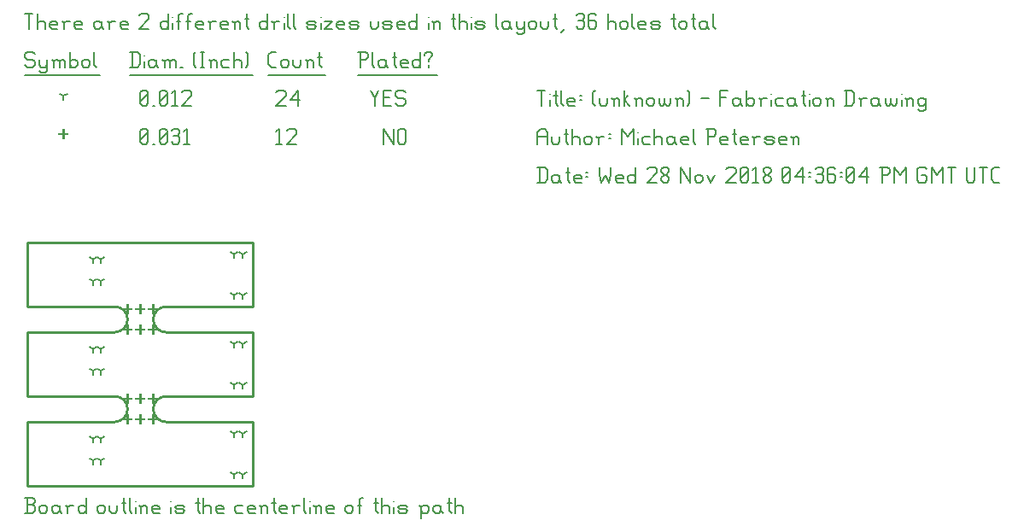
<source format=gbr>
G04 start of page 13 for group -3984 idx -3984 *
G04 Title: (unknown), fab *
G04 Creator: pcb 20140316 *
G04 CreationDate: Wed 28 Nov 2018 04:36:04 PM GMT UTC *
G04 For: railfan *
G04 Format: Gerber/RS-274X *
G04 PCB-Dimensions (mil): 900.00 970.00 *
G04 PCB-Coordinate-Origin: lower left *
%MOIN*%
%FSLAX25Y25*%
%LNFAB*%
%ADD52C,0.0100*%
%ADD51C,0.0075*%
%ADD50C,0.0060*%
%ADD49R,0.0080X0.0080*%
G54D49*X40000Y71600D02*Y68400D01*
X38400Y70000D02*X41600D01*
X45000Y71600D02*Y68400D01*
X43400Y70000D02*X46600D01*
X50000Y71600D02*Y68400D01*
X48400Y70000D02*X51600D01*
X45000Y63600D02*Y60400D01*
X43400Y62000D02*X46600D01*
X40000Y63600D02*Y60400D01*
X38400Y62000D02*X41600D01*
X50000Y63600D02*Y60400D01*
X48400Y62000D02*X51600D01*
X40000Y36600D02*Y33400D01*
X38400Y35000D02*X41600D01*
X45000Y36600D02*Y33400D01*
X43400Y35000D02*X46600D01*
X50000Y36600D02*Y33400D01*
X48400Y35000D02*X51600D01*
X45000Y28600D02*Y25400D01*
X43400Y27000D02*X46600D01*
X40000Y28600D02*Y25400D01*
X38400Y27000D02*X41600D01*
X50000Y28600D02*Y25400D01*
X48400Y27000D02*X51600D01*
X15000Y139850D02*Y136650D01*
X13400Y138250D02*X16600D01*
G54D50*X140000Y140500D02*Y134500D01*
Y140500D02*X143750Y134500D01*
Y140500D02*Y134500D01*
X145550Y139750D02*Y135250D01*
Y139750D02*X146300Y140500D01*
X147800D01*
X148550Y139750D01*
Y135250D01*
X147800Y134500D02*X148550Y135250D01*
X146300Y134500D02*X147800D01*
X145550Y135250D02*X146300Y134500D01*
X98000Y139300D02*X99200Y140500D01*
Y134500D01*
X98000D02*X100250D01*
X102050Y139750D02*X102800Y140500D01*
X105050D01*
X105800Y139750D01*
Y138250D01*
X102050Y134500D02*X105800Y138250D01*
X102050Y134500D02*X105800D01*
X45000Y135250D02*X45750Y134500D01*
X45000Y139750D02*Y135250D01*
Y139750D02*X45750Y140500D01*
X47250D01*
X48000Y139750D01*
Y135250D01*
X47250Y134500D02*X48000Y135250D01*
X45750Y134500D02*X47250D01*
X45000Y136000D02*X48000Y139000D01*
X49800Y134500D02*X50550D01*
X52350Y135250D02*X53100Y134500D01*
X52350Y139750D02*Y135250D01*
Y139750D02*X53100Y140500D01*
X54600D01*
X55350Y139750D01*
Y135250D01*
X54600Y134500D02*X55350Y135250D01*
X53100Y134500D02*X54600D01*
X52350Y136000D02*X55350Y139000D01*
X57150Y139750D02*X57900Y140500D01*
X59400D01*
X60150Y139750D01*
X59400Y134500D02*X60150Y135250D01*
X57900Y134500D02*X59400D01*
X57150Y135250D02*X57900Y134500D01*
Y137800D02*X59400D01*
X60150Y139750D02*Y138550D01*
Y137050D02*Y135250D01*
Y137050D02*X59400Y137800D01*
X60150Y138550D02*X59400Y137800D01*
X61950Y139300D02*X63150Y140500D01*
Y134500D01*
X61950D02*X64200D01*
X29500Y89500D02*Y87900D01*
Y89500D02*X30887Y90300D01*
X29500Y89500D02*X28113Y90300D01*
X29500Y81000D02*Y79400D01*
Y81000D02*X30887Y81800D01*
X29500Y81000D02*X28113Y81800D01*
X85000Y75500D02*Y73900D01*
Y75500D02*X86387Y76300D01*
X85000Y75500D02*X83613Y76300D01*
X81500Y75500D02*Y73900D01*
Y75500D02*X82887Y76300D01*
X81500Y75500D02*X80113Y76300D01*
X81500Y91500D02*Y89900D01*
Y91500D02*X82887Y92300D01*
X81500Y91500D02*X80113Y92300D01*
X85000Y91500D02*Y89900D01*
Y91500D02*X86387Y92300D01*
X85000Y91500D02*X83613Y92300D01*
X26500Y81000D02*Y79400D01*
Y81000D02*X27887Y81800D01*
X26500Y81000D02*X25113Y81800D01*
X26500Y89500D02*Y87900D01*
Y89500D02*X27887Y90300D01*
X26500Y89500D02*X25113Y90300D01*
X29500Y54500D02*Y52900D01*
Y54500D02*X30887Y55300D01*
X29500Y54500D02*X28113Y55300D01*
X29500Y46000D02*Y44400D01*
Y46000D02*X30887Y46800D01*
X29500Y46000D02*X28113Y46800D01*
X85000Y40500D02*Y38900D01*
Y40500D02*X86387Y41300D01*
X85000Y40500D02*X83613Y41300D01*
X81500Y40500D02*Y38900D01*
Y40500D02*X82887Y41300D01*
X81500Y40500D02*X80113Y41300D01*
X81500Y56500D02*Y54900D01*
Y56500D02*X82887Y57300D01*
X81500Y56500D02*X80113Y57300D01*
X85000Y56500D02*Y54900D01*
Y56500D02*X86387Y57300D01*
X85000Y56500D02*X83613Y57300D01*
X26500Y46000D02*Y44400D01*
Y46000D02*X27887Y46800D01*
X26500Y46000D02*X25113Y46800D01*
X26500Y54500D02*Y52900D01*
Y54500D02*X27887Y55300D01*
X26500Y54500D02*X25113Y55300D01*
X29500Y19500D02*Y17900D01*
Y19500D02*X30887Y20300D01*
X29500Y19500D02*X28113Y20300D01*
X29500Y11000D02*Y9400D01*
Y11000D02*X30887Y11800D01*
X29500Y11000D02*X28113Y11800D01*
X85000Y5500D02*Y3900D01*
Y5500D02*X86387Y6300D01*
X85000Y5500D02*X83613Y6300D01*
X81500Y5500D02*Y3900D01*
Y5500D02*X82887Y6300D01*
X81500Y5500D02*X80113Y6300D01*
X81500Y21500D02*Y19900D01*
Y21500D02*X82887Y22300D01*
X81500Y21500D02*X80113Y22300D01*
X85000Y21500D02*Y19900D01*
Y21500D02*X86387Y22300D01*
X85000Y21500D02*X83613Y22300D01*
X26500Y11000D02*Y9400D01*
Y11000D02*X27887Y11800D01*
X26500Y11000D02*X25113Y11800D01*
X26500Y19500D02*Y17900D01*
Y19500D02*X27887Y20300D01*
X26500Y19500D02*X25113Y20300D01*
X15000Y153250D02*Y151650D01*
Y153250D02*X16387Y154050D01*
X15000Y153250D02*X13613Y154050D01*
X135000Y155500D02*X136500Y152500D01*
X138000Y155500D01*
X136500Y152500D02*Y149500D01*
X139800Y152800D02*X142050D01*
X139800Y149500D02*X142800D01*
X139800Y155500D02*Y149500D01*
Y155500D02*X142800D01*
X147600D02*X148350Y154750D01*
X145350Y155500D02*X147600D01*
X144600Y154750D02*X145350Y155500D01*
X144600Y154750D02*Y153250D01*
X145350Y152500D01*
X147600D01*
X148350Y151750D01*
Y150250D01*
X147600Y149500D02*X148350Y150250D01*
X145350Y149500D02*X147600D01*
X144600Y150250D02*X145350Y149500D01*
X98000Y154750D02*X98750Y155500D01*
X101000D01*
X101750Y154750D01*
Y153250D01*
X98000Y149500D02*X101750Y153250D01*
X98000Y149500D02*X101750D01*
X103550Y151750D02*X106550Y155500D01*
X103550Y151750D02*X107300D01*
X106550Y155500D02*Y149500D01*
X45000Y150250D02*X45750Y149500D01*
X45000Y154750D02*Y150250D01*
Y154750D02*X45750Y155500D01*
X47250D01*
X48000Y154750D01*
Y150250D01*
X47250Y149500D02*X48000Y150250D01*
X45750Y149500D02*X47250D01*
X45000Y151000D02*X48000Y154000D01*
X49800Y149500D02*X50550D01*
X52350Y150250D02*X53100Y149500D01*
X52350Y154750D02*Y150250D01*
Y154750D02*X53100Y155500D01*
X54600D01*
X55350Y154750D01*
Y150250D01*
X54600Y149500D02*X55350Y150250D01*
X53100Y149500D02*X54600D01*
X52350Y151000D02*X55350Y154000D01*
X57150Y154300D02*X58350Y155500D01*
Y149500D01*
X57150D02*X59400D01*
X61200Y154750D02*X61950Y155500D01*
X64200D01*
X64950Y154750D01*
Y153250D01*
X61200Y149500D02*X64950Y153250D01*
X61200Y149500D02*X64950D01*
X3000Y170500D02*X3750Y169750D01*
X750Y170500D02*X3000D01*
X0Y169750D02*X750Y170500D01*
X0Y169750D02*Y168250D01*
X750Y167500D01*
X3000D01*
X3750Y166750D01*
Y165250D01*
X3000Y164500D02*X3750Y165250D01*
X750Y164500D02*X3000D01*
X0Y165250D02*X750Y164500D01*
X5550Y167500D02*Y165250D01*
X6300Y164500D01*
X8550Y167500D02*Y163000D01*
X7800Y162250D02*X8550Y163000D01*
X6300Y162250D02*X7800D01*
X5550Y163000D02*X6300Y162250D01*
Y164500D02*X7800D01*
X8550Y165250D01*
X11100Y166750D02*Y164500D01*
Y166750D02*X11850Y167500D01*
X12600D01*
X13350Y166750D01*
Y164500D01*
Y166750D02*X14100Y167500D01*
X14850D01*
X15600Y166750D01*
Y164500D01*
X10350Y167500D02*X11100Y166750D01*
X17400Y170500D02*Y164500D01*
Y165250D02*X18150Y164500D01*
X19650D01*
X20400Y165250D01*
Y166750D02*Y165250D01*
X19650Y167500D02*X20400Y166750D01*
X18150Y167500D02*X19650D01*
X17400Y166750D02*X18150Y167500D01*
X22200Y166750D02*Y165250D01*
Y166750D02*X22950Y167500D01*
X24450D01*
X25200Y166750D01*
Y165250D01*
X24450Y164500D02*X25200Y165250D01*
X22950Y164500D02*X24450D01*
X22200Y165250D02*X22950Y164500D01*
X27000Y170500D02*Y165250D01*
X27750Y164500D01*
X0Y161250D02*X29250D01*
X41750Y170500D02*Y164500D01*
X43700Y170500D02*X44750Y169450D01*
Y165550D01*
X43700Y164500D02*X44750Y165550D01*
X41000Y164500D02*X43700D01*
X41000Y170500D02*X43700D01*
G54D51*X46550Y169000D02*Y168850D01*
G54D50*Y166750D02*Y164500D01*
X50300Y167500D02*X51050Y166750D01*
X48800Y167500D02*X50300D01*
X48050Y166750D02*X48800Y167500D01*
X48050Y166750D02*Y165250D01*
X48800Y164500D01*
X51050Y167500D02*Y165250D01*
X51800Y164500D01*
X48800D02*X50300D01*
X51050Y165250D01*
X54350Y166750D02*Y164500D01*
Y166750D02*X55100Y167500D01*
X55850D01*
X56600Y166750D01*
Y164500D01*
Y166750D02*X57350Y167500D01*
X58100D01*
X58850Y166750D01*
Y164500D01*
X53600Y167500D02*X54350Y166750D01*
X60650Y164500D02*X61400D01*
X65900Y165250D02*X66650Y164500D01*
X65900Y169750D02*X66650Y170500D01*
X65900Y169750D02*Y165250D01*
X68450Y170500D02*X69950D01*
X69200D02*Y164500D01*
X68450D02*X69950D01*
X72500Y166750D02*Y164500D01*
Y166750D02*X73250Y167500D01*
X74000D01*
X74750Y166750D01*
Y164500D01*
X71750Y167500D02*X72500Y166750D01*
X77300Y167500D02*X79550D01*
X76550Y166750D02*X77300Y167500D01*
X76550Y166750D02*Y165250D01*
X77300Y164500D01*
X79550D01*
X81350Y170500D02*Y164500D01*
Y166750D02*X82100Y167500D01*
X83600D01*
X84350Y166750D01*
Y164500D01*
X86150Y170500D02*X86900Y169750D01*
Y165250D01*
X86150Y164500D02*X86900Y165250D01*
X41000Y161250D02*X88700D01*
X96050Y164500D02*X98000D01*
X95000Y165550D02*X96050Y164500D01*
X95000Y169450D02*Y165550D01*
Y169450D02*X96050Y170500D01*
X98000D01*
X99800Y166750D02*Y165250D01*
Y166750D02*X100550Y167500D01*
X102050D01*
X102800Y166750D01*
Y165250D01*
X102050Y164500D02*X102800Y165250D01*
X100550Y164500D02*X102050D01*
X99800Y165250D02*X100550Y164500D01*
X104600Y167500D02*Y165250D01*
X105350Y164500D01*
X106850D01*
X107600Y165250D01*
Y167500D02*Y165250D01*
X110150Y166750D02*Y164500D01*
Y166750D02*X110900Y167500D01*
X111650D01*
X112400Y166750D01*
Y164500D01*
X109400Y167500D02*X110150Y166750D01*
X114950Y170500D02*Y165250D01*
X115700Y164500D01*
X114200Y168250D02*X115700D01*
X95000Y161250D02*X117200D01*
X130750Y170500D02*Y164500D01*
X130000Y170500D02*X133000D01*
X133750Y169750D01*
Y168250D01*
X133000Y167500D02*X133750Y168250D01*
X130750Y167500D02*X133000D01*
X135550Y170500D02*Y165250D01*
X136300Y164500D01*
X140050Y167500D02*X140800Y166750D01*
X138550Y167500D02*X140050D01*
X137800Y166750D02*X138550Y167500D01*
X137800Y166750D02*Y165250D01*
X138550Y164500D01*
X140800Y167500D02*Y165250D01*
X141550Y164500D01*
X138550D02*X140050D01*
X140800Y165250D01*
X144100Y170500D02*Y165250D01*
X144850Y164500D01*
X143350Y168250D02*X144850D01*
X147100Y164500D02*X149350D01*
X146350Y165250D02*X147100Y164500D01*
X146350Y166750D02*Y165250D01*
Y166750D02*X147100Y167500D01*
X148600D01*
X149350Y166750D01*
X146350Y166000D02*X149350D01*
Y166750D02*Y166000D01*
X154150Y170500D02*Y164500D01*
X153400D02*X154150Y165250D01*
X151900Y164500D02*X153400D01*
X151150Y165250D02*X151900Y164500D01*
X151150Y166750D02*Y165250D01*
Y166750D02*X151900Y167500D01*
X153400D01*
X154150Y166750D01*
X157450Y167500D02*Y166750D01*
Y165250D02*Y164500D01*
X155950Y169750D02*Y169000D01*
Y169750D02*X156700Y170500D01*
X158200D01*
X158950Y169750D01*
Y169000D01*
X157450Y167500D02*X158950Y169000D01*
X130000Y161250D02*X160750D01*
X0Y185500D02*X3000D01*
X1500D02*Y179500D01*
X4800Y185500D02*Y179500D01*
Y181750D02*X5550Y182500D01*
X7050D01*
X7800Y181750D01*
Y179500D01*
X10350D02*X12600D01*
X9600Y180250D02*X10350Y179500D01*
X9600Y181750D02*Y180250D01*
Y181750D02*X10350Y182500D01*
X11850D01*
X12600Y181750D01*
X9600Y181000D02*X12600D01*
Y181750D02*Y181000D01*
X15150Y181750D02*Y179500D01*
Y181750D02*X15900Y182500D01*
X17400D01*
X14400D02*X15150Y181750D01*
X19950Y179500D02*X22200D01*
X19200Y180250D02*X19950Y179500D01*
X19200Y181750D02*Y180250D01*
Y181750D02*X19950Y182500D01*
X21450D01*
X22200Y181750D01*
X19200Y181000D02*X22200D01*
Y181750D02*Y181000D01*
X28950Y182500D02*X29700Y181750D01*
X27450Y182500D02*X28950D01*
X26700Y181750D02*X27450Y182500D01*
X26700Y181750D02*Y180250D01*
X27450Y179500D01*
X29700Y182500D02*Y180250D01*
X30450Y179500D01*
X27450D02*X28950D01*
X29700Y180250D01*
X33000Y181750D02*Y179500D01*
Y181750D02*X33750Y182500D01*
X35250D01*
X32250D02*X33000Y181750D01*
X37800Y179500D02*X40050D01*
X37050Y180250D02*X37800Y179500D01*
X37050Y181750D02*Y180250D01*
Y181750D02*X37800Y182500D01*
X39300D01*
X40050Y181750D01*
X37050Y181000D02*X40050D01*
Y181750D02*Y181000D01*
X44550Y184750D02*X45300Y185500D01*
X47550D01*
X48300Y184750D01*
Y183250D01*
X44550Y179500D02*X48300Y183250D01*
X44550Y179500D02*X48300D01*
X55800Y185500D02*Y179500D01*
X55050D02*X55800Y180250D01*
X53550Y179500D02*X55050D01*
X52800Y180250D02*X53550Y179500D01*
X52800Y181750D02*Y180250D01*
Y181750D02*X53550Y182500D01*
X55050D01*
X55800Y181750D01*
G54D51*X57600Y184000D02*Y183850D01*
G54D50*Y181750D02*Y179500D01*
X59850Y184750D02*Y179500D01*
Y184750D02*X60600Y185500D01*
X61350D01*
X59100Y182500D02*X60600D01*
X63600Y184750D02*Y179500D01*
Y184750D02*X64350Y185500D01*
X65100D01*
X62850Y182500D02*X64350D01*
X67350Y179500D02*X69600D01*
X66600Y180250D02*X67350Y179500D01*
X66600Y181750D02*Y180250D01*
Y181750D02*X67350Y182500D01*
X68850D01*
X69600Y181750D01*
X66600Y181000D02*X69600D01*
Y181750D02*Y181000D01*
X72150Y181750D02*Y179500D01*
Y181750D02*X72900Y182500D01*
X74400D01*
X71400D02*X72150Y181750D01*
X76950Y179500D02*X79200D01*
X76200Y180250D02*X76950Y179500D01*
X76200Y181750D02*Y180250D01*
Y181750D02*X76950Y182500D01*
X78450D01*
X79200Y181750D01*
X76200Y181000D02*X79200D01*
Y181750D02*Y181000D01*
X81750Y181750D02*Y179500D01*
Y181750D02*X82500Y182500D01*
X83250D01*
X84000Y181750D01*
Y179500D01*
X81000Y182500D02*X81750Y181750D01*
X86550Y185500D02*Y180250D01*
X87300Y179500D01*
X85800Y183250D02*X87300D01*
X94500Y185500D02*Y179500D01*
X93750D02*X94500Y180250D01*
X92250Y179500D02*X93750D01*
X91500Y180250D02*X92250Y179500D01*
X91500Y181750D02*Y180250D01*
Y181750D02*X92250Y182500D01*
X93750D01*
X94500Y181750D01*
X97050D02*Y179500D01*
Y181750D02*X97800Y182500D01*
X99300D01*
X96300D02*X97050Y181750D01*
G54D51*X101100Y184000D02*Y183850D01*
G54D50*Y181750D02*Y179500D01*
X102600Y185500D02*Y180250D01*
X103350Y179500D01*
X104850Y185500D02*Y180250D01*
X105600Y179500D01*
X110550D02*X112800D01*
X113550Y180250D01*
X112800Y181000D02*X113550Y180250D01*
X110550Y181000D02*X112800D01*
X109800Y181750D02*X110550Y181000D01*
X109800Y181750D02*X110550Y182500D01*
X112800D01*
X113550Y181750D01*
X109800Y180250D02*X110550Y179500D01*
G54D51*X115350Y184000D02*Y183850D01*
G54D50*Y181750D02*Y179500D01*
X116850Y182500D02*X119850D01*
X116850Y179500D02*X119850Y182500D01*
X116850Y179500D02*X119850D01*
X122400D02*X124650D01*
X121650Y180250D02*X122400Y179500D01*
X121650Y181750D02*Y180250D01*
Y181750D02*X122400Y182500D01*
X123900D01*
X124650Y181750D01*
X121650Y181000D02*X124650D01*
Y181750D02*Y181000D01*
X127200Y179500D02*X129450D01*
X130200Y180250D01*
X129450Y181000D02*X130200Y180250D01*
X127200Y181000D02*X129450D01*
X126450Y181750D02*X127200Y181000D01*
X126450Y181750D02*X127200Y182500D01*
X129450D01*
X130200Y181750D01*
X126450Y180250D02*X127200Y179500D01*
X134700Y182500D02*Y180250D01*
X135450Y179500D01*
X136950D01*
X137700Y180250D01*
Y182500D02*Y180250D01*
X140250Y179500D02*X142500D01*
X143250Y180250D01*
X142500Y181000D02*X143250Y180250D01*
X140250Y181000D02*X142500D01*
X139500Y181750D02*X140250Y181000D01*
X139500Y181750D02*X140250Y182500D01*
X142500D01*
X143250Y181750D01*
X139500Y180250D02*X140250Y179500D01*
X145800D02*X148050D01*
X145050Y180250D02*X145800Y179500D01*
X145050Y181750D02*Y180250D01*
Y181750D02*X145800Y182500D01*
X147300D01*
X148050Y181750D01*
X145050Y181000D02*X148050D01*
Y181750D02*Y181000D01*
X152850Y185500D02*Y179500D01*
X152100D02*X152850Y180250D01*
X150600Y179500D02*X152100D01*
X149850Y180250D02*X150600Y179500D01*
X149850Y181750D02*Y180250D01*
Y181750D02*X150600Y182500D01*
X152100D01*
X152850Y181750D01*
G54D51*X157350Y184000D02*Y183850D01*
G54D50*Y181750D02*Y179500D01*
X159600Y181750D02*Y179500D01*
Y181750D02*X160350Y182500D01*
X161100D01*
X161850Y181750D01*
Y179500D01*
X158850Y182500D02*X159600Y181750D01*
X167100Y185500D02*Y180250D01*
X167850Y179500D01*
X166350Y183250D02*X167850D01*
X169350Y185500D02*Y179500D01*
Y181750D02*X170100Y182500D01*
X171600D01*
X172350Y181750D01*
Y179500D01*
G54D51*X174150Y184000D02*Y183850D01*
G54D50*Y181750D02*Y179500D01*
X176400D02*X178650D01*
X179400Y180250D01*
X178650Y181000D02*X179400Y180250D01*
X176400Y181000D02*X178650D01*
X175650Y181750D02*X176400Y181000D01*
X175650Y181750D02*X176400Y182500D01*
X178650D01*
X179400Y181750D01*
X175650Y180250D02*X176400Y179500D01*
X183900Y185500D02*Y180250D01*
X184650Y179500D01*
X188400Y182500D02*X189150Y181750D01*
X186900Y182500D02*X188400D01*
X186150Y181750D02*X186900Y182500D01*
X186150Y181750D02*Y180250D01*
X186900Y179500D01*
X189150Y182500D02*Y180250D01*
X189900Y179500D01*
X186900D02*X188400D01*
X189150Y180250D01*
X191700Y182500D02*Y180250D01*
X192450Y179500D01*
X194700Y182500D02*Y178000D01*
X193950Y177250D02*X194700Y178000D01*
X192450Y177250D02*X193950D01*
X191700Y178000D02*X192450Y177250D01*
Y179500D02*X193950D01*
X194700Y180250D01*
X196500Y181750D02*Y180250D01*
Y181750D02*X197250Y182500D01*
X198750D01*
X199500Y181750D01*
Y180250D01*
X198750Y179500D02*X199500Y180250D01*
X197250Y179500D02*X198750D01*
X196500Y180250D02*X197250Y179500D01*
X201300Y182500D02*Y180250D01*
X202050Y179500D01*
X203550D01*
X204300Y180250D01*
Y182500D02*Y180250D01*
X206850Y185500D02*Y180250D01*
X207600Y179500D01*
X206100Y183250D02*X207600D01*
X209100Y178000D02*X210600Y179500D01*
X215100Y184750D02*X215850Y185500D01*
X217350D01*
X218100Y184750D01*
X217350Y179500D02*X218100Y180250D01*
X215850Y179500D02*X217350D01*
X215100Y180250D02*X215850Y179500D01*
Y182800D02*X217350D01*
X218100Y184750D02*Y183550D01*
Y182050D02*Y180250D01*
Y182050D02*X217350Y182800D01*
X218100Y183550D02*X217350Y182800D01*
X222150Y185500D02*X222900Y184750D01*
X220650Y185500D02*X222150D01*
X219900Y184750D02*X220650Y185500D01*
X219900Y184750D02*Y180250D01*
X220650Y179500D01*
X222150Y182800D02*X222900Y182050D01*
X219900Y182800D02*X222150D01*
X220650Y179500D02*X222150D01*
X222900Y180250D01*
Y182050D02*Y180250D01*
X227400Y185500D02*Y179500D01*
Y181750D02*X228150Y182500D01*
X229650D01*
X230400Y181750D01*
Y179500D01*
X232200Y181750D02*Y180250D01*
Y181750D02*X232950Y182500D01*
X234450D01*
X235200Y181750D01*
Y180250D01*
X234450Y179500D02*X235200Y180250D01*
X232950Y179500D02*X234450D01*
X232200Y180250D02*X232950Y179500D01*
X237000Y185500D02*Y180250D01*
X237750Y179500D01*
X240000D02*X242250D01*
X239250Y180250D02*X240000Y179500D01*
X239250Y181750D02*Y180250D01*
Y181750D02*X240000Y182500D01*
X241500D01*
X242250Y181750D01*
X239250Y181000D02*X242250D01*
Y181750D02*Y181000D01*
X244800Y179500D02*X247050D01*
X247800Y180250D01*
X247050Y181000D02*X247800Y180250D01*
X244800Y181000D02*X247050D01*
X244050Y181750D02*X244800Y181000D01*
X244050Y181750D02*X244800Y182500D01*
X247050D01*
X247800Y181750D01*
X244050Y180250D02*X244800Y179500D01*
X253050Y185500D02*Y180250D01*
X253800Y179500D01*
X252300Y183250D02*X253800D01*
X255300Y181750D02*Y180250D01*
Y181750D02*X256050Y182500D01*
X257550D01*
X258300Y181750D01*
Y180250D01*
X257550Y179500D02*X258300Y180250D01*
X256050Y179500D02*X257550D01*
X255300Y180250D02*X256050Y179500D01*
X260850Y185500D02*Y180250D01*
X261600Y179500D01*
X260100Y183250D02*X261600D01*
X265350Y182500D02*X266100Y181750D01*
X263850Y182500D02*X265350D01*
X263100Y181750D02*X263850Y182500D01*
X263100Y181750D02*Y180250D01*
X263850Y179500D01*
X266100Y182500D02*Y180250D01*
X266850Y179500D01*
X263850D02*X265350D01*
X266100Y180250D01*
X268650Y185500D02*Y180250D01*
X269400Y179500D01*
G54D52*X55000Y71000D02*X89000D01*
X1000D02*X35000D01*
X89000Y96000D02*Y71000D01*
Y96000D02*X1000D01*
Y71000D01*
X55000Y36000D02*X89000D01*
X1000D02*X35000D01*
X89000Y61000D02*Y36000D01*
X1000Y61000D02*Y36000D01*
X55000Y61000D02*X89000D01*
X1000D02*X35000D01*
X1000Y1000D02*X89000D01*
Y26000D02*Y1000D01*
X1000Y26000D02*Y1000D01*
X55000Y26000D02*X89000D01*
X1000D02*X35000D01*
X50000Y66000D02*G75*G03X55000Y61000I5000J0D01*G01*
X50000Y66000D02*G75*G02X55000Y71000I5000J0D01*G01*
X40000Y66000D02*G75*G02X35000Y61000I-5000J0D01*G01*
X40000Y66000D02*G75*G03X35000Y71000I-5000J0D01*G01*
X50000Y31000D02*G75*G03X55000Y26000I5000J0D01*G01*
X50000Y31000D02*G75*G02X55000Y36000I5000J0D01*G01*
X40000Y31000D02*G75*G02X35000Y26000I-5000J0D01*G01*
X40000Y31000D02*G75*G03X35000Y36000I-5000J0D01*G01*
G54D50*X0Y-9500D02*X3000D01*
X3750Y-8750D01*
Y-6950D02*Y-8750D01*
X3000Y-6200D02*X3750Y-6950D01*
X750Y-6200D02*X3000D01*
X750Y-3500D02*Y-9500D01*
X0Y-3500D02*X3000D01*
X3750Y-4250D01*
Y-5450D01*
X3000Y-6200D02*X3750Y-5450D01*
X5550Y-7250D02*Y-8750D01*
Y-7250D02*X6300Y-6500D01*
X7800D01*
X8550Y-7250D01*
Y-8750D01*
X7800Y-9500D02*X8550Y-8750D01*
X6300Y-9500D02*X7800D01*
X5550Y-8750D02*X6300Y-9500D01*
X12600Y-6500D02*X13350Y-7250D01*
X11100Y-6500D02*X12600D01*
X10350Y-7250D02*X11100Y-6500D01*
X10350Y-7250D02*Y-8750D01*
X11100Y-9500D01*
X13350Y-6500D02*Y-8750D01*
X14100Y-9500D01*
X11100D02*X12600D01*
X13350Y-8750D01*
X16650Y-7250D02*Y-9500D01*
Y-7250D02*X17400Y-6500D01*
X18900D01*
X15900D02*X16650Y-7250D01*
X23700Y-3500D02*Y-9500D01*
X22950D02*X23700Y-8750D01*
X21450Y-9500D02*X22950D01*
X20700Y-8750D02*X21450Y-9500D01*
X20700Y-7250D02*Y-8750D01*
Y-7250D02*X21450Y-6500D01*
X22950D01*
X23700Y-7250D01*
X28200D02*Y-8750D01*
Y-7250D02*X28950Y-6500D01*
X30450D01*
X31200Y-7250D01*
Y-8750D01*
X30450Y-9500D02*X31200Y-8750D01*
X28950Y-9500D02*X30450D01*
X28200Y-8750D02*X28950Y-9500D01*
X33000Y-6500D02*Y-8750D01*
X33750Y-9500D01*
X35250D01*
X36000Y-8750D01*
Y-6500D02*Y-8750D01*
X38550Y-3500D02*Y-8750D01*
X39300Y-9500D01*
X37800Y-5750D02*X39300D01*
X40800Y-3500D02*Y-8750D01*
X41550Y-9500D01*
G54D51*X43050Y-5000D02*Y-5150D01*
G54D50*Y-7250D02*Y-9500D01*
X45300Y-7250D02*Y-9500D01*
Y-7250D02*X46050Y-6500D01*
X46800D01*
X47550Y-7250D01*
Y-9500D01*
X44550Y-6500D02*X45300Y-7250D01*
X50100Y-9500D02*X52350D01*
X49350Y-8750D02*X50100Y-9500D01*
X49350Y-7250D02*Y-8750D01*
Y-7250D02*X50100Y-6500D01*
X51600D01*
X52350Y-7250D01*
X49350Y-8000D02*X52350D01*
Y-7250D02*Y-8000D01*
G54D51*X56850Y-5000D02*Y-5150D01*
G54D50*Y-7250D02*Y-9500D01*
X59100D02*X61350D01*
X62100Y-8750D01*
X61350Y-8000D02*X62100Y-8750D01*
X59100Y-8000D02*X61350D01*
X58350Y-7250D02*X59100Y-8000D01*
X58350Y-7250D02*X59100Y-6500D01*
X61350D01*
X62100Y-7250D01*
X58350Y-8750D02*X59100Y-9500D01*
X67350Y-3500D02*Y-8750D01*
X68100Y-9500D01*
X66600Y-5750D02*X68100D01*
X69600Y-3500D02*Y-9500D01*
Y-7250D02*X70350Y-6500D01*
X71850D01*
X72600Y-7250D01*
Y-9500D01*
X75150D02*X77400D01*
X74400Y-8750D02*X75150Y-9500D01*
X74400Y-7250D02*Y-8750D01*
Y-7250D02*X75150Y-6500D01*
X76650D01*
X77400Y-7250D01*
X74400Y-8000D02*X77400D01*
Y-7250D02*Y-8000D01*
X82650Y-6500D02*X84900D01*
X81900Y-7250D02*X82650Y-6500D01*
X81900Y-7250D02*Y-8750D01*
X82650Y-9500D01*
X84900D01*
X87450D02*X89700D01*
X86700Y-8750D02*X87450Y-9500D01*
X86700Y-7250D02*Y-8750D01*
Y-7250D02*X87450Y-6500D01*
X88950D01*
X89700Y-7250D01*
X86700Y-8000D02*X89700D01*
Y-7250D02*Y-8000D01*
X92250Y-7250D02*Y-9500D01*
Y-7250D02*X93000Y-6500D01*
X93750D01*
X94500Y-7250D01*
Y-9500D01*
X91500Y-6500D02*X92250Y-7250D01*
X97050Y-3500D02*Y-8750D01*
X97800Y-9500D01*
X96300Y-5750D02*X97800D01*
X100050Y-9500D02*X102300D01*
X99300Y-8750D02*X100050Y-9500D01*
X99300Y-7250D02*Y-8750D01*
Y-7250D02*X100050Y-6500D01*
X101550D01*
X102300Y-7250D01*
X99300Y-8000D02*X102300D01*
Y-7250D02*Y-8000D01*
X104850Y-7250D02*Y-9500D01*
Y-7250D02*X105600Y-6500D01*
X107100D01*
X104100D02*X104850Y-7250D01*
X108900Y-3500D02*Y-8750D01*
X109650Y-9500D01*
G54D51*X111150Y-5000D02*Y-5150D01*
G54D50*Y-7250D02*Y-9500D01*
X113400Y-7250D02*Y-9500D01*
Y-7250D02*X114150Y-6500D01*
X114900D01*
X115650Y-7250D01*
Y-9500D01*
X112650Y-6500D02*X113400Y-7250D01*
X118200Y-9500D02*X120450D01*
X117450Y-8750D02*X118200Y-9500D01*
X117450Y-7250D02*Y-8750D01*
Y-7250D02*X118200Y-6500D01*
X119700D01*
X120450Y-7250D01*
X117450Y-8000D02*X120450D01*
Y-7250D02*Y-8000D01*
X124950Y-7250D02*Y-8750D01*
Y-7250D02*X125700Y-6500D01*
X127200D01*
X127950Y-7250D01*
Y-8750D01*
X127200Y-9500D02*X127950Y-8750D01*
X125700Y-9500D02*X127200D01*
X124950Y-8750D02*X125700Y-9500D01*
X130500Y-4250D02*Y-9500D01*
Y-4250D02*X131250Y-3500D01*
X132000D01*
X129750Y-6500D02*X131250D01*
X136950Y-3500D02*Y-8750D01*
X137700Y-9500D01*
X136200Y-5750D02*X137700D01*
X139200Y-3500D02*Y-9500D01*
Y-7250D02*X139950Y-6500D01*
X141450D01*
X142200Y-7250D01*
Y-9500D01*
G54D51*X144000Y-5000D02*Y-5150D01*
G54D50*Y-7250D02*Y-9500D01*
X146250D02*X148500D01*
X149250Y-8750D01*
X148500Y-8000D02*X149250Y-8750D01*
X146250Y-8000D02*X148500D01*
X145500Y-7250D02*X146250Y-8000D01*
X145500Y-7250D02*X146250Y-6500D01*
X148500D01*
X149250Y-7250D01*
X145500Y-8750D02*X146250Y-9500D01*
X154500Y-7250D02*Y-11750D01*
X153750Y-6500D02*X154500Y-7250D01*
X155250Y-6500D01*
X156750D01*
X157500Y-7250D01*
Y-8750D01*
X156750Y-9500D02*X157500Y-8750D01*
X155250Y-9500D02*X156750D01*
X154500Y-8750D02*X155250Y-9500D01*
X161550Y-6500D02*X162300Y-7250D01*
X160050Y-6500D02*X161550D01*
X159300Y-7250D02*X160050Y-6500D01*
X159300Y-7250D02*Y-8750D01*
X160050Y-9500D01*
X162300Y-6500D02*Y-8750D01*
X163050Y-9500D01*
X160050D02*X161550D01*
X162300Y-8750D01*
X165600Y-3500D02*Y-8750D01*
X166350Y-9500D01*
X164850Y-5750D02*X166350D01*
X167850Y-3500D02*Y-9500D01*
Y-7250D02*X168600Y-6500D01*
X170100D01*
X170850Y-7250D01*
Y-9500D01*
X200750Y125500D02*Y119500D01*
X202700Y125500D02*X203750Y124450D01*
Y120550D01*
X202700Y119500D02*X203750Y120550D01*
X200000Y119500D02*X202700D01*
X200000Y125500D02*X202700D01*
X207800Y122500D02*X208550Y121750D01*
X206300Y122500D02*X207800D01*
X205550Y121750D02*X206300Y122500D01*
X205550Y121750D02*Y120250D01*
X206300Y119500D01*
X208550Y122500D02*Y120250D01*
X209300Y119500D01*
X206300D02*X207800D01*
X208550Y120250D01*
X211850Y125500D02*Y120250D01*
X212600Y119500D01*
X211100Y123250D02*X212600D01*
X214850Y119500D02*X217100D01*
X214100Y120250D02*X214850Y119500D01*
X214100Y121750D02*Y120250D01*
Y121750D02*X214850Y122500D01*
X216350D01*
X217100Y121750D01*
X214100Y121000D02*X217100D01*
Y121750D02*Y121000D01*
X218900Y123250D02*X219650D01*
X218900Y121750D02*X219650D01*
X224150Y125500D02*Y122500D01*
X224900Y119500D01*
X226400Y122500D01*
X227900Y119500D01*
X228650Y122500D01*
Y125500D02*Y122500D01*
X231200Y119500D02*X233450D01*
X230450Y120250D02*X231200Y119500D01*
X230450Y121750D02*Y120250D01*
Y121750D02*X231200Y122500D01*
X232700D01*
X233450Y121750D01*
X230450Y121000D02*X233450D01*
Y121750D02*Y121000D01*
X238250Y125500D02*Y119500D01*
X237500D02*X238250Y120250D01*
X236000Y119500D02*X237500D01*
X235250Y120250D02*X236000Y119500D01*
X235250Y121750D02*Y120250D01*
Y121750D02*X236000Y122500D01*
X237500D01*
X238250Y121750D01*
X242750Y124750D02*X243500Y125500D01*
X245750D01*
X246500Y124750D01*
Y123250D01*
X242750Y119500D02*X246500Y123250D01*
X242750Y119500D02*X246500D01*
X248300Y120250D02*X249050Y119500D01*
X248300Y121450D02*Y120250D01*
Y121450D02*X249350Y122500D01*
X250250D01*
X251300Y121450D01*
Y120250D01*
X250550Y119500D02*X251300Y120250D01*
X249050Y119500D02*X250550D01*
X248300Y123550D02*X249350Y122500D01*
X248300Y124750D02*Y123550D01*
Y124750D02*X249050Y125500D01*
X250550D01*
X251300Y124750D01*
Y123550D01*
X250250Y122500D02*X251300Y123550D01*
X255800Y125500D02*Y119500D01*
Y125500D02*X259550Y119500D01*
Y125500D02*Y119500D01*
X261350Y121750D02*Y120250D01*
Y121750D02*X262100Y122500D01*
X263600D01*
X264350Y121750D01*
Y120250D01*
X263600Y119500D02*X264350Y120250D01*
X262100Y119500D02*X263600D01*
X261350Y120250D02*X262100Y119500D01*
X266150Y122500D02*X267650Y119500D01*
X269150Y122500D02*X267650Y119500D01*
X273650Y124750D02*X274400Y125500D01*
X276650D01*
X277400Y124750D01*
Y123250D01*
X273650Y119500D02*X277400Y123250D01*
X273650Y119500D02*X277400D01*
X279200Y120250D02*X279950Y119500D01*
X279200Y124750D02*Y120250D01*
Y124750D02*X279950Y125500D01*
X281450D01*
X282200Y124750D01*
Y120250D01*
X281450Y119500D02*X282200Y120250D01*
X279950Y119500D02*X281450D01*
X279200Y121000D02*X282200Y124000D01*
X284000Y124300D02*X285200Y125500D01*
Y119500D01*
X284000D02*X286250D01*
X288050Y120250D02*X288800Y119500D01*
X288050Y121450D02*Y120250D01*
Y121450D02*X289100Y122500D01*
X290000D01*
X291050Y121450D01*
Y120250D01*
X290300Y119500D02*X291050Y120250D01*
X288800Y119500D02*X290300D01*
X288050Y123550D02*X289100Y122500D01*
X288050Y124750D02*Y123550D01*
Y124750D02*X288800Y125500D01*
X290300D01*
X291050Y124750D01*
Y123550D01*
X290000Y122500D02*X291050Y123550D01*
X295550Y120250D02*X296300Y119500D01*
X295550Y124750D02*Y120250D01*
Y124750D02*X296300Y125500D01*
X297800D01*
X298550Y124750D01*
Y120250D01*
X297800Y119500D02*X298550Y120250D01*
X296300Y119500D02*X297800D01*
X295550Y121000D02*X298550Y124000D01*
X300350Y121750D02*X303350Y125500D01*
X300350Y121750D02*X304100D01*
X303350Y125500D02*Y119500D01*
X305900Y123250D02*X306650D01*
X305900Y121750D02*X306650D01*
X308450Y124750D02*X309200Y125500D01*
X310700D01*
X311450Y124750D01*
X310700Y119500D02*X311450Y120250D01*
X309200Y119500D02*X310700D01*
X308450Y120250D02*X309200Y119500D01*
Y122800D02*X310700D01*
X311450Y124750D02*Y123550D01*
Y122050D02*Y120250D01*
Y122050D02*X310700Y122800D01*
X311450Y123550D02*X310700Y122800D01*
X315500Y125500D02*X316250Y124750D01*
X314000Y125500D02*X315500D01*
X313250Y124750D02*X314000Y125500D01*
X313250Y124750D02*Y120250D01*
X314000Y119500D01*
X315500Y122800D02*X316250Y122050D01*
X313250Y122800D02*X315500D01*
X314000Y119500D02*X315500D01*
X316250Y120250D01*
Y122050D02*Y120250D01*
X318050Y123250D02*X318800D01*
X318050Y121750D02*X318800D01*
X320600Y120250D02*X321350Y119500D01*
X320600Y124750D02*Y120250D01*
Y124750D02*X321350Y125500D01*
X322850D01*
X323600Y124750D01*
Y120250D01*
X322850Y119500D02*X323600Y120250D01*
X321350Y119500D02*X322850D01*
X320600Y121000D02*X323600Y124000D01*
X325400Y121750D02*X328400Y125500D01*
X325400Y121750D02*X329150D01*
X328400Y125500D02*Y119500D01*
X334400Y125500D02*Y119500D01*
X333650Y125500D02*X336650D01*
X337400Y124750D01*
Y123250D01*
X336650Y122500D02*X337400Y123250D01*
X334400Y122500D02*X336650D01*
X339200Y125500D02*Y119500D01*
Y125500D02*X341450Y122500D01*
X343700Y125500D01*
Y119500D01*
X351200Y125500D02*X351950Y124750D01*
X348950Y125500D02*X351200D01*
X348200Y124750D02*X348950Y125500D01*
X348200Y124750D02*Y120250D01*
X348950Y119500D01*
X351200D01*
X351950Y120250D01*
Y121750D02*Y120250D01*
X351200Y122500D02*X351950Y121750D01*
X349700Y122500D02*X351200D01*
X353750Y125500D02*Y119500D01*
Y125500D02*X356000Y122500D01*
X358250Y125500D01*
Y119500D01*
X360050Y125500D02*X363050D01*
X361550D02*Y119500D01*
X367550Y125500D02*Y120250D01*
X368300Y119500D01*
X369800D01*
X370550Y120250D01*
Y125500D02*Y120250D01*
X372350Y125500D02*X375350D01*
X373850D02*Y119500D01*
X378200D02*X380150D01*
X377150Y120550D02*X378200Y119500D01*
X377150Y124450D02*Y120550D01*
Y124450D02*X378200Y125500D01*
X380150D01*
X200000Y139000D02*Y134500D01*
Y139000D02*X201050Y140500D01*
X202700D01*
X203750Y139000D01*
Y134500D01*
X200000Y137500D02*X203750D01*
X205550D02*Y135250D01*
X206300Y134500D01*
X207800D01*
X208550Y135250D01*
Y137500D02*Y135250D01*
X211100Y140500D02*Y135250D01*
X211850Y134500D01*
X210350Y138250D02*X211850D01*
X213350Y140500D02*Y134500D01*
Y136750D02*X214100Y137500D01*
X215600D01*
X216350Y136750D01*
Y134500D01*
X218150Y136750D02*Y135250D01*
Y136750D02*X218900Y137500D01*
X220400D01*
X221150Y136750D01*
Y135250D01*
X220400Y134500D02*X221150Y135250D01*
X218900Y134500D02*X220400D01*
X218150Y135250D02*X218900Y134500D01*
X223700Y136750D02*Y134500D01*
Y136750D02*X224450Y137500D01*
X225950D01*
X222950D02*X223700Y136750D01*
X227750Y138250D02*X228500D01*
X227750Y136750D02*X228500D01*
X233000Y140500D02*Y134500D01*
Y140500D02*X235250Y137500D01*
X237500Y140500D01*
Y134500D01*
G54D51*X239300Y139000D02*Y138850D01*
G54D50*Y136750D02*Y134500D01*
X241550Y137500D02*X243800D01*
X240800Y136750D02*X241550Y137500D01*
X240800Y136750D02*Y135250D01*
X241550Y134500D01*
X243800D01*
X245600Y140500D02*Y134500D01*
Y136750D02*X246350Y137500D01*
X247850D01*
X248600Y136750D01*
Y134500D01*
X252650Y137500D02*X253400Y136750D01*
X251150Y137500D02*X252650D01*
X250400Y136750D02*X251150Y137500D01*
X250400Y136750D02*Y135250D01*
X251150Y134500D01*
X253400Y137500D02*Y135250D01*
X254150Y134500D01*
X251150D02*X252650D01*
X253400Y135250D01*
X256700Y134500D02*X258950D01*
X255950Y135250D02*X256700Y134500D01*
X255950Y136750D02*Y135250D01*
Y136750D02*X256700Y137500D01*
X258200D01*
X258950Y136750D01*
X255950Y136000D02*X258950D01*
Y136750D02*Y136000D01*
X260750Y140500D02*Y135250D01*
X261500Y134500D01*
X266450Y140500D02*Y134500D01*
X265700Y140500D02*X268700D01*
X269450Y139750D01*
Y138250D01*
X268700Y137500D02*X269450Y138250D01*
X266450Y137500D02*X268700D01*
X272000Y134500D02*X274250D01*
X271250Y135250D02*X272000Y134500D01*
X271250Y136750D02*Y135250D01*
Y136750D02*X272000Y137500D01*
X273500D01*
X274250Y136750D01*
X271250Y136000D02*X274250D01*
Y136750D02*Y136000D01*
X276800Y140500D02*Y135250D01*
X277550Y134500D01*
X276050Y138250D02*X277550D01*
X279800Y134500D02*X282050D01*
X279050Y135250D02*X279800Y134500D01*
X279050Y136750D02*Y135250D01*
Y136750D02*X279800Y137500D01*
X281300D01*
X282050Y136750D01*
X279050Y136000D02*X282050D01*
Y136750D02*Y136000D01*
X284600Y136750D02*Y134500D01*
Y136750D02*X285350Y137500D01*
X286850D01*
X283850D02*X284600Y136750D01*
X289400Y134500D02*X291650D01*
X292400Y135250D01*
X291650Y136000D02*X292400Y135250D01*
X289400Y136000D02*X291650D01*
X288650Y136750D02*X289400Y136000D01*
X288650Y136750D02*X289400Y137500D01*
X291650D01*
X292400Y136750D01*
X288650Y135250D02*X289400Y134500D01*
X294950D02*X297200D01*
X294200Y135250D02*X294950Y134500D01*
X294200Y136750D02*Y135250D01*
Y136750D02*X294950Y137500D01*
X296450D01*
X297200Y136750D01*
X294200Y136000D02*X297200D01*
Y136750D02*Y136000D01*
X299750Y136750D02*Y134500D01*
Y136750D02*X300500Y137500D01*
X301250D01*
X302000Y136750D01*
Y134500D01*
X299000Y137500D02*X299750Y136750D01*
X200000Y155500D02*X203000D01*
X201500D02*Y149500D01*
G54D51*X204800Y154000D02*Y153850D01*
G54D50*Y151750D02*Y149500D01*
X207050Y155500D02*Y150250D01*
X207800Y149500D01*
X206300Y153250D02*X207800D01*
X209300Y155500D02*Y150250D01*
X210050Y149500D01*
X212300D02*X214550D01*
X211550Y150250D02*X212300Y149500D01*
X211550Y151750D02*Y150250D01*
Y151750D02*X212300Y152500D01*
X213800D01*
X214550Y151750D01*
X211550Y151000D02*X214550D01*
Y151750D02*Y151000D01*
X216350Y153250D02*X217100D01*
X216350Y151750D02*X217100D01*
X221600Y150250D02*X222350Y149500D01*
X221600Y154750D02*X222350Y155500D01*
X221600Y154750D02*Y150250D01*
X224150Y152500D02*Y150250D01*
X224900Y149500D01*
X226400D01*
X227150Y150250D01*
Y152500D02*Y150250D01*
X229700Y151750D02*Y149500D01*
Y151750D02*X230450Y152500D01*
X231200D01*
X231950Y151750D01*
Y149500D01*
X228950Y152500D02*X229700Y151750D01*
X233750Y155500D02*Y149500D01*
Y151750D02*X236000Y149500D01*
X233750Y151750D02*X235250Y153250D01*
X238550Y151750D02*Y149500D01*
Y151750D02*X239300Y152500D01*
X240050D01*
X240800Y151750D01*
Y149500D01*
X237800Y152500D02*X238550Y151750D01*
X242600D02*Y150250D01*
Y151750D02*X243350Y152500D01*
X244850D01*
X245600Y151750D01*
Y150250D01*
X244850Y149500D02*X245600Y150250D01*
X243350Y149500D02*X244850D01*
X242600Y150250D02*X243350Y149500D01*
X247400Y152500D02*Y150250D01*
X248150Y149500D01*
X248900D01*
X249650Y150250D01*
Y152500D02*Y150250D01*
X250400Y149500D01*
X251150D01*
X251900Y150250D01*
Y152500D02*Y150250D01*
X254450Y151750D02*Y149500D01*
Y151750D02*X255200Y152500D01*
X255950D01*
X256700Y151750D01*
Y149500D01*
X253700Y152500D02*X254450Y151750D01*
X258500Y155500D02*X259250Y154750D01*
Y150250D01*
X258500Y149500D02*X259250Y150250D01*
X263750Y152500D02*X266750D01*
X271250Y155500D02*Y149500D01*
Y155500D02*X274250D01*
X271250Y152800D02*X273500D01*
X278300Y152500D02*X279050Y151750D01*
X276800Y152500D02*X278300D01*
X276050Y151750D02*X276800Y152500D01*
X276050Y151750D02*Y150250D01*
X276800Y149500D01*
X279050Y152500D02*Y150250D01*
X279800Y149500D01*
X276800D02*X278300D01*
X279050Y150250D01*
X281600Y155500D02*Y149500D01*
Y150250D02*X282350Y149500D01*
X283850D01*
X284600Y150250D01*
Y151750D02*Y150250D01*
X283850Y152500D02*X284600Y151750D01*
X282350Y152500D02*X283850D01*
X281600Y151750D02*X282350Y152500D01*
X287150Y151750D02*Y149500D01*
Y151750D02*X287900Y152500D01*
X289400D01*
X286400D02*X287150Y151750D01*
G54D51*X291200Y154000D02*Y153850D01*
G54D50*Y151750D02*Y149500D01*
X293450Y152500D02*X295700D01*
X292700Y151750D02*X293450Y152500D01*
X292700Y151750D02*Y150250D01*
X293450Y149500D01*
X295700D01*
X299750Y152500D02*X300500Y151750D01*
X298250Y152500D02*X299750D01*
X297500Y151750D02*X298250Y152500D01*
X297500Y151750D02*Y150250D01*
X298250Y149500D01*
X300500Y152500D02*Y150250D01*
X301250Y149500D01*
X298250D02*X299750D01*
X300500Y150250D01*
X303800Y155500D02*Y150250D01*
X304550Y149500D01*
X303050Y153250D02*X304550D01*
G54D51*X306050Y154000D02*Y153850D01*
G54D50*Y151750D02*Y149500D01*
X307550Y151750D02*Y150250D01*
Y151750D02*X308300Y152500D01*
X309800D01*
X310550Y151750D01*
Y150250D01*
X309800Y149500D02*X310550Y150250D01*
X308300Y149500D02*X309800D01*
X307550Y150250D02*X308300Y149500D01*
X313100Y151750D02*Y149500D01*
Y151750D02*X313850Y152500D01*
X314600D01*
X315350Y151750D01*
Y149500D01*
X312350Y152500D02*X313100Y151750D01*
X320600Y155500D02*Y149500D01*
X322550Y155500D02*X323600Y154450D01*
Y150550D01*
X322550Y149500D02*X323600Y150550D01*
X319850Y149500D02*X322550D01*
X319850Y155500D02*X322550D01*
X326150Y151750D02*Y149500D01*
Y151750D02*X326900Y152500D01*
X328400D01*
X325400D02*X326150Y151750D01*
X332450Y152500D02*X333200Y151750D01*
X330950Y152500D02*X332450D01*
X330200Y151750D02*X330950Y152500D01*
X330200Y151750D02*Y150250D01*
X330950Y149500D01*
X333200Y152500D02*Y150250D01*
X333950Y149500D01*
X330950D02*X332450D01*
X333200Y150250D01*
X335750Y152500D02*Y150250D01*
X336500Y149500D01*
X337250D01*
X338000Y150250D01*
Y152500D02*Y150250D01*
X338750Y149500D01*
X339500D01*
X340250Y150250D01*
Y152500D02*Y150250D01*
G54D51*X342050Y154000D02*Y153850D01*
G54D50*Y151750D02*Y149500D01*
X344300Y151750D02*Y149500D01*
Y151750D02*X345050Y152500D01*
X345800D01*
X346550Y151750D01*
Y149500D01*
X343550Y152500D02*X344300Y151750D01*
X350600Y152500D02*X351350Y151750D01*
X349100Y152500D02*X350600D01*
X348350Y151750D02*X349100Y152500D01*
X348350Y151750D02*Y150250D01*
X349100Y149500D01*
X350600D01*
X351350Y150250D01*
X348350Y148000D02*X349100Y147250D01*
X350600D01*
X351350Y148000D01*
Y152500D02*Y148000D01*
M02*

</source>
